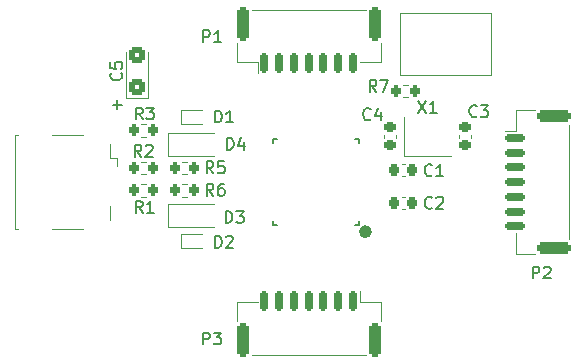
<source format=gto>
%TF.GenerationSoftware,KiCad,Pcbnew,(6.0.1-0)*%
%TF.CreationDate,2022-04-28T20:36:40+12:00*%
%TF.ProjectId,gswitch18,67737769-7463-4683-9138-2e6b69636164,1.2*%
%TF.SameCoordinates,PX487ab00PY3072580*%
%TF.FileFunction,Legend,Top*%
%TF.FilePolarity,Positive*%
%FSLAX46Y46*%
G04 Gerber Fmt 4.6, Leading zero omitted, Abs format (unit mm)*
G04 Created by KiCad (PCBNEW (6.0.1-0)) date 2022-04-28 20:36:40*
%MOMM*%
%LPD*%
G01*
G04 APERTURE LIST*
G04 Aperture macros list*
%AMRoundRect*
0 Rectangle with rounded corners*
0 $1 Rounding radius*
0 $2 $3 $4 $5 $6 $7 $8 $9 X,Y pos of 4 corners*
0 Add a 4 corners polygon primitive as box body*
4,1,4,$2,$3,$4,$5,$6,$7,$8,$9,$2,$3,0*
0 Add four circle primitives for the rounded corners*
1,1,$1+$1,$2,$3*
1,1,$1+$1,$4,$5*
1,1,$1+$1,$6,$7*
1,1,$1+$1,$8,$9*
0 Add four rect primitives between the rounded corners*
20,1,$1+$1,$2,$3,$4,$5,0*
20,1,$1+$1,$4,$5,$6,$7,0*
20,1,$1+$1,$6,$7,$8,$9,0*
20,1,$1+$1,$8,$9,$2,$3,0*%
G04 Aperture macros list end*
%ADD10C,0.200660*%
%ADD11C,0.150000*%
%ADD12C,0.120000*%
%ADD13C,0.500000*%
%ADD14RoundRect,0.250000X0.425000X-0.450000X0.425000X0.450000X-0.425000X0.450000X-0.425000X-0.450000X0*%
%ADD15R,1.600000X0.550000*%
%ADD16R,0.550000X1.600000*%
%ADD17RoundRect,0.225000X-0.225000X-0.250000X0.225000X-0.250000X0.225000X0.250000X-0.225000X0.250000X0*%
%ADD18RoundRect,0.225000X0.250000X-0.225000X0.250000X0.225000X-0.250000X0.225000X-0.250000X-0.225000X0*%
%ADD19RoundRect,0.225000X-0.250000X0.225000X-0.250000X-0.225000X0.250000X-0.225000X0.250000X0.225000X0*%
%ADD20R,0.600000X0.700000*%
%ADD21RoundRect,0.200000X0.200000X0.275000X-0.200000X0.275000X-0.200000X-0.275000X0.200000X-0.275000X0*%
%ADD22RoundRect,0.200000X-0.200000X-0.275000X0.200000X-0.275000X0.200000X0.275000X-0.200000X0.275000X0*%
%ADD23R,1.700000X1.700000*%
%ADD24O,1.700000X1.700000*%
%ADD25R,1.400000X1.200000*%
%ADD26R,0.900000X1.200000*%
%ADD27RoundRect,0.150000X0.150000X0.700000X-0.150000X0.700000X-0.150000X-0.700000X0.150000X-0.700000X0*%
%ADD28RoundRect,0.250000X0.250000X1.150000X-0.250000X1.150000X-0.250000X-1.150000X0.250000X-1.150000X0*%
%ADD29RoundRect,0.150000X-0.150000X-0.700000X0.150000X-0.700000X0.150000X0.700000X-0.150000X0.700000X0*%
%ADD30RoundRect,0.250000X-0.250000X-1.150000X0.250000X-1.150000X0.250000X1.150000X-0.250000X1.150000X0*%
%ADD31C,0.800000*%
%ADD32C,6.400000*%
%ADD33C,0.900000*%
%ADD34R,2.500000X0.500000*%
%ADD35R,2.500000X2.000000*%
%ADD36RoundRect,0.150000X-0.700000X0.150000X-0.700000X-0.150000X0.700000X-0.150000X0.700000X0.150000X0*%
%ADD37RoundRect,0.250000X-1.150000X0.250000X-1.150000X-0.250000X1.150000X-0.250000X1.150000X0.250000X0*%
G04 APERTURE END LIST*
D10*
X8418758Y-9471482D02*
X9181241Y-9471482D01*
X8800000Y-9852724D02*
X8800000Y-9090240D01*
D11*
%TO.C,C5*%
X9107142Y-6766666D02*
X9154761Y-6814285D01*
X9202380Y-6957142D01*
X9202380Y-7052380D01*
X9154761Y-7195238D01*
X9059523Y-7290476D01*
X8964285Y-7338095D01*
X8773809Y-7385714D01*
X8630952Y-7385714D01*
X8440476Y-7338095D01*
X8345238Y-7290476D01*
X8250000Y-7195238D01*
X8202380Y-7052380D01*
X8202380Y-6957142D01*
X8250000Y-6814285D01*
X8297619Y-6766666D01*
X8202380Y-5861904D02*
X8202380Y-6338095D01*
X8678571Y-6385714D01*
X8630952Y-6338095D01*
X8583333Y-6242857D01*
X8583333Y-6004761D01*
X8630952Y-5909523D01*
X8678571Y-5861904D01*
X8773809Y-5814285D01*
X9011904Y-5814285D01*
X9107142Y-5861904D01*
X9154761Y-5909523D01*
X9202380Y-6004761D01*
X9202380Y-6242857D01*
X9154761Y-6338095D01*
X9107142Y-6385714D01*
%TO.C,C2*%
X35433333Y-18157142D02*
X35385714Y-18204761D01*
X35242857Y-18252380D01*
X35147619Y-18252380D01*
X35004761Y-18204761D01*
X34909523Y-18109523D01*
X34861904Y-18014285D01*
X34814285Y-17823809D01*
X34814285Y-17680952D01*
X34861904Y-17490476D01*
X34909523Y-17395238D01*
X35004761Y-17300000D01*
X35147619Y-17252380D01*
X35242857Y-17252380D01*
X35385714Y-17300000D01*
X35433333Y-17347619D01*
X35814285Y-17347619D02*
X35861904Y-17300000D01*
X35957142Y-17252380D01*
X36195238Y-17252380D01*
X36290476Y-17300000D01*
X36338095Y-17347619D01*
X36385714Y-17442857D01*
X36385714Y-17538095D01*
X36338095Y-17680952D01*
X35766666Y-18252380D01*
X36385714Y-18252380D01*
%TO.C,C4*%
X30233333Y-10657142D02*
X30185714Y-10704761D01*
X30042857Y-10752380D01*
X29947619Y-10752380D01*
X29804761Y-10704761D01*
X29709523Y-10609523D01*
X29661904Y-10514285D01*
X29614285Y-10323809D01*
X29614285Y-10180952D01*
X29661904Y-9990476D01*
X29709523Y-9895238D01*
X29804761Y-9800000D01*
X29947619Y-9752380D01*
X30042857Y-9752380D01*
X30185714Y-9800000D01*
X30233333Y-9847619D01*
X31090476Y-10085714D02*
X31090476Y-10752380D01*
X30852380Y-9704761D02*
X30614285Y-10419047D01*
X31233333Y-10419047D01*
%TO.C,C3*%
X39233333Y-10407142D02*
X39185714Y-10454761D01*
X39042857Y-10502380D01*
X38947619Y-10502380D01*
X38804761Y-10454761D01*
X38709523Y-10359523D01*
X38661904Y-10264285D01*
X38614285Y-10073809D01*
X38614285Y-9930952D01*
X38661904Y-9740476D01*
X38709523Y-9645238D01*
X38804761Y-9550000D01*
X38947619Y-9502380D01*
X39042857Y-9502380D01*
X39185714Y-9550000D01*
X39233333Y-9597619D01*
X39566666Y-9502380D02*
X40185714Y-9502380D01*
X39852380Y-9883333D01*
X39995238Y-9883333D01*
X40090476Y-9930952D01*
X40138095Y-9978571D01*
X40185714Y-10073809D01*
X40185714Y-10311904D01*
X40138095Y-10407142D01*
X40090476Y-10454761D01*
X39995238Y-10502380D01*
X39709523Y-10502380D01*
X39614285Y-10454761D01*
X39566666Y-10407142D01*
%TO.C,D2*%
X17061904Y-21552380D02*
X17061904Y-20552380D01*
X17300000Y-20552380D01*
X17442857Y-20600000D01*
X17538095Y-20695238D01*
X17585714Y-20790476D01*
X17633333Y-20980952D01*
X17633333Y-21123809D01*
X17585714Y-21314285D01*
X17538095Y-21409523D01*
X17442857Y-21504761D01*
X17300000Y-21552380D01*
X17061904Y-21552380D01*
X18014285Y-20647619D02*
X18061904Y-20600000D01*
X18157142Y-20552380D01*
X18395238Y-20552380D01*
X18490476Y-20600000D01*
X18538095Y-20647619D01*
X18585714Y-20742857D01*
X18585714Y-20838095D01*
X18538095Y-20980952D01*
X17966666Y-21552380D01*
X18585714Y-21552380D01*
%TO.C,D1*%
X17061904Y-10952380D02*
X17061904Y-9952380D01*
X17300000Y-9952380D01*
X17442857Y-10000000D01*
X17538095Y-10095238D01*
X17585714Y-10190476D01*
X17633333Y-10380952D01*
X17633333Y-10523809D01*
X17585714Y-10714285D01*
X17538095Y-10809523D01*
X17442857Y-10904761D01*
X17300000Y-10952380D01*
X17061904Y-10952380D01*
X18585714Y-10952380D02*
X18014285Y-10952380D01*
X18300000Y-10952380D02*
X18300000Y-9952380D01*
X18204761Y-10095238D01*
X18109523Y-10190476D01*
X18014285Y-10238095D01*
%TO.C,R7*%
X30733333Y-8352380D02*
X30400000Y-7876190D01*
X30161904Y-8352380D02*
X30161904Y-7352380D01*
X30542857Y-7352380D01*
X30638095Y-7400000D01*
X30685714Y-7447619D01*
X30733333Y-7542857D01*
X30733333Y-7685714D01*
X30685714Y-7780952D01*
X30638095Y-7828571D01*
X30542857Y-7876190D01*
X30161904Y-7876190D01*
X31066666Y-7352380D02*
X31733333Y-7352380D01*
X31304761Y-8352380D01*
%TO.C,R5*%
X16933333Y-15252380D02*
X16600000Y-14776190D01*
X16361904Y-15252380D02*
X16361904Y-14252380D01*
X16742857Y-14252380D01*
X16838095Y-14300000D01*
X16885714Y-14347619D01*
X16933333Y-14442857D01*
X16933333Y-14585714D01*
X16885714Y-14680952D01*
X16838095Y-14728571D01*
X16742857Y-14776190D01*
X16361904Y-14776190D01*
X17838095Y-14252380D02*
X17361904Y-14252380D01*
X17314285Y-14728571D01*
X17361904Y-14680952D01*
X17457142Y-14633333D01*
X17695238Y-14633333D01*
X17790476Y-14680952D01*
X17838095Y-14728571D01*
X17885714Y-14823809D01*
X17885714Y-15061904D01*
X17838095Y-15157142D01*
X17790476Y-15204761D01*
X17695238Y-15252380D01*
X17457142Y-15252380D01*
X17361904Y-15204761D01*
X17314285Y-15157142D01*
%TO.C,R6*%
X16933333Y-17152380D02*
X16600000Y-16676190D01*
X16361904Y-17152380D02*
X16361904Y-16152380D01*
X16742857Y-16152380D01*
X16838095Y-16200000D01*
X16885714Y-16247619D01*
X16933333Y-16342857D01*
X16933333Y-16485714D01*
X16885714Y-16580952D01*
X16838095Y-16628571D01*
X16742857Y-16676190D01*
X16361904Y-16676190D01*
X17790476Y-16152380D02*
X17600000Y-16152380D01*
X17504761Y-16200000D01*
X17457142Y-16247619D01*
X17361904Y-16390476D01*
X17314285Y-16580952D01*
X17314285Y-16961904D01*
X17361904Y-17057142D01*
X17409523Y-17104761D01*
X17504761Y-17152380D01*
X17695238Y-17152380D01*
X17790476Y-17104761D01*
X17838095Y-17057142D01*
X17885714Y-16961904D01*
X17885714Y-16723809D01*
X17838095Y-16628571D01*
X17790476Y-16580952D01*
X17695238Y-16533333D01*
X17504761Y-16533333D01*
X17409523Y-16580952D01*
X17361904Y-16628571D01*
X17314285Y-16723809D01*
%TO.C,R3*%
X10933333Y-10702380D02*
X10600000Y-10226190D01*
X10361904Y-10702380D02*
X10361904Y-9702380D01*
X10742857Y-9702380D01*
X10838095Y-9750000D01*
X10885714Y-9797619D01*
X10933333Y-9892857D01*
X10933333Y-10035714D01*
X10885714Y-10130952D01*
X10838095Y-10178571D01*
X10742857Y-10226190D01*
X10361904Y-10226190D01*
X11266666Y-9702380D02*
X11885714Y-9702380D01*
X11552380Y-10083333D01*
X11695238Y-10083333D01*
X11790476Y-10130952D01*
X11838095Y-10178571D01*
X11885714Y-10273809D01*
X11885714Y-10511904D01*
X11838095Y-10607142D01*
X11790476Y-10654761D01*
X11695238Y-10702380D01*
X11409523Y-10702380D01*
X11314285Y-10654761D01*
X11266666Y-10607142D01*
%TO.C,R1*%
X10933333Y-18602380D02*
X10600000Y-18126190D01*
X10361904Y-18602380D02*
X10361904Y-17602380D01*
X10742857Y-17602380D01*
X10838095Y-17650000D01*
X10885714Y-17697619D01*
X10933333Y-17792857D01*
X10933333Y-17935714D01*
X10885714Y-18030952D01*
X10838095Y-18078571D01*
X10742857Y-18126190D01*
X10361904Y-18126190D01*
X11885714Y-18602380D02*
X11314285Y-18602380D01*
X11600000Y-18602380D02*
X11600000Y-17602380D01*
X11504761Y-17745238D01*
X11409523Y-17840476D01*
X11314285Y-17888095D01*
%TO.C,R2*%
X10833333Y-13852380D02*
X10500000Y-13376190D01*
X10261904Y-13852380D02*
X10261904Y-12852380D01*
X10642857Y-12852380D01*
X10738095Y-12900000D01*
X10785714Y-12947619D01*
X10833333Y-13042857D01*
X10833333Y-13185714D01*
X10785714Y-13280952D01*
X10738095Y-13328571D01*
X10642857Y-13376190D01*
X10261904Y-13376190D01*
X11214285Y-12947619D02*
X11261904Y-12900000D01*
X11357142Y-12852380D01*
X11595238Y-12852380D01*
X11690476Y-12900000D01*
X11738095Y-12947619D01*
X11785714Y-13042857D01*
X11785714Y-13138095D01*
X11738095Y-13280952D01*
X11166666Y-13852380D01*
X11785714Y-13852380D01*
%TO.C,X1*%
X34265476Y-9127380D02*
X34932142Y-10127380D01*
X34932142Y-9127380D02*
X34265476Y-10127380D01*
X35836904Y-10127380D02*
X35265476Y-10127380D01*
X35551190Y-10127380D02*
X35551190Y-9127380D01*
X35455952Y-9270238D01*
X35360714Y-9365476D01*
X35265476Y-9413095D01*
%TO.C,D4*%
X18061904Y-13252380D02*
X18061904Y-12252380D01*
X18300000Y-12252380D01*
X18442857Y-12300000D01*
X18538095Y-12395238D01*
X18585714Y-12490476D01*
X18633333Y-12680952D01*
X18633333Y-12823809D01*
X18585714Y-13014285D01*
X18538095Y-13109523D01*
X18442857Y-13204761D01*
X18300000Y-13252380D01*
X18061904Y-13252380D01*
X19490476Y-12585714D02*
X19490476Y-13252380D01*
X19252380Y-12204761D02*
X19014285Y-12919047D01*
X19633333Y-12919047D01*
%TO.C,D3*%
X17961904Y-19452380D02*
X17961904Y-18452380D01*
X18200000Y-18452380D01*
X18342857Y-18500000D01*
X18438095Y-18595238D01*
X18485714Y-18690476D01*
X18533333Y-18880952D01*
X18533333Y-19023809D01*
X18485714Y-19214285D01*
X18438095Y-19309523D01*
X18342857Y-19404761D01*
X18200000Y-19452380D01*
X17961904Y-19452380D01*
X18866666Y-18452380D02*
X19485714Y-18452380D01*
X19152380Y-18833333D01*
X19295238Y-18833333D01*
X19390476Y-18880952D01*
X19438095Y-18928571D01*
X19485714Y-19023809D01*
X19485714Y-19261904D01*
X19438095Y-19357142D01*
X19390476Y-19404761D01*
X19295238Y-19452380D01*
X19009523Y-19452380D01*
X18914285Y-19404761D01*
X18866666Y-19357142D01*
%TO.C,P3*%
X16061904Y-29752380D02*
X16061904Y-28752380D01*
X16442857Y-28752380D01*
X16538095Y-28800000D01*
X16585714Y-28847619D01*
X16633333Y-28942857D01*
X16633333Y-29085714D01*
X16585714Y-29180952D01*
X16538095Y-29228571D01*
X16442857Y-29276190D01*
X16061904Y-29276190D01*
X16966666Y-28752380D02*
X17585714Y-28752380D01*
X17252380Y-29133333D01*
X17395238Y-29133333D01*
X17490476Y-29180952D01*
X17538095Y-29228571D01*
X17585714Y-29323809D01*
X17585714Y-29561904D01*
X17538095Y-29657142D01*
X17490476Y-29704761D01*
X17395238Y-29752380D01*
X17109523Y-29752380D01*
X17014285Y-29704761D01*
X16966666Y-29657142D01*
%TO.C,P1*%
X16061904Y-4152380D02*
X16061904Y-3152380D01*
X16442857Y-3152380D01*
X16538095Y-3200000D01*
X16585714Y-3247619D01*
X16633333Y-3342857D01*
X16633333Y-3485714D01*
X16585714Y-3580952D01*
X16538095Y-3628571D01*
X16442857Y-3676190D01*
X16061904Y-3676190D01*
X17585714Y-4152380D02*
X17014285Y-4152380D01*
X17300000Y-4152380D02*
X17300000Y-3152380D01*
X17204761Y-3295238D01*
X17109523Y-3390476D01*
X17014285Y-3438095D01*
%TO.C,P2*%
X43961904Y-24152380D02*
X43961904Y-23152380D01*
X44342857Y-23152380D01*
X44438095Y-23200000D01*
X44485714Y-23247619D01*
X44533333Y-23342857D01*
X44533333Y-23485714D01*
X44485714Y-23580952D01*
X44438095Y-23628571D01*
X44342857Y-23676190D01*
X43961904Y-23676190D01*
X44914285Y-23247619D02*
X44961904Y-23200000D01*
X45057142Y-23152380D01*
X45295238Y-23152380D01*
X45390476Y-23200000D01*
X45438095Y-23247619D01*
X45485714Y-23342857D01*
X45485714Y-23438095D01*
X45438095Y-23580952D01*
X44866666Y-24152380D01*
X45485714Y-24152380D01*
%TO.C,C1*%
X35433333Y-15407142D02*
X35385714Y-15454761D01*
X35242857Y-15502380D01*
X35147619Y-15502380D01*
X35004761Y-15454761D01*
X34909523Y-15359523D01*
X34861904Y-15264285D01*
X34814285Y-15073809D01*
X34814285Y-14930952D01*
X34861904Y-14740476D01*
X34909523Y-14645238D01*
X35004761Y-14550000D01*
X35147619Y-14502380D01*
X35242857Y-14502380D01*
X35385714Y-14550000D01*
X35433333Y-14597619D01*
X36385714Y-15502380D02*
X35814285Y-15502380D01*
X36100000Y-15502380D02*
X36100000Y-14502380D01*
X36004761Y-14645238D01*
X35909523Y-14740476D01*
X35814285Y-14788095D01*
D12*
%TO.C,C5*%
X9565000Y-8910000D02*
X11435000Y-8910000D01*
X11435000Y-8910000D02*
X11435000Y-5000000D01*
X9565000Y-5000000D02*
X9565000Y-8910000D01*
D11*
%TO.C,U1*%
X29225000Y-19625000D02*
X29225000Y-19300000D01*
X21975000Y-12375000D02*
X21975000Y-12700000D01*
X29225000Y-12375000D02*
X28900000Y-12375000D01*
X21975000Y-19625000D02*
X22300000Y-19625000D01*
X29225000Y-19625000D02*
X28900000Y-19625000D01*
X21975000Y-12375000D02*
X22300000Y-12375000D01*
X21975000Y-19625000D02*
X21975000Y-19300000D01*
X29225000Y-12375000D02*
X29225000Y-12700000D01*
D13*
X30100000Y-20200000D02*
G75*
G03*
X30100000Y-20200000I-300000J0D01*
G01*
D12*
%TO.C,C2*%
X32859420Y-17290000D02*
X33140580Y-17290000D01*
X32859420Y-18310000D02*
X33140580Y-18310000D01*
%TO.C,C4*%
X32410000Y-12265580D02*
X32410000Y-11984420D01*
X31390000Y-12265580D02*
X31390000Y-11984420D01*
%TO.C,C3*%
X37690000Y-11984420D02*
X37690000Y-12265580D01*
X38710000Y-11984420D02*
X38710000Y-12265580D01*
%TO.C,D2*%
X16000000Y-21625000D02*
X14150000Y-21625000D01*
X14150000Y-20425000D02*
X14150000Y-21625000D01*
X16000000Y-20425000D02*
X14150000Y-20425000D01*
%TO.C,D1*%
X16000000Y-11125000D02*
X14150000Y-11125000D01*
X14150000Y-9925000D02*
X14150000Y-11125000D01*
X16000000Y-9925000D02*
X14150000Y-9925000D01*
%TO.C,R7*%
X33437258Y-8822500D02*
X32962742Y-8822500D01*
X33437258Y-7777500D02*
X32962742Y-7777500D01*
%TO.C,R5*%
X14737258Y-15322500D02*
X14262742Y-15322500D01*
X14737258Y-14277500D02*
X14262742Y-14277500D01*
%TO.C,R6*%
X14737258Y-16177500D02*
X14262742Y-16177500D01*
X14737258Y-17222500D02*
X14262742Y-17222500D01*
%TO.C,R3*%
X10762742Y-12147500D02*
X11237258Y-12147500D01*
X10762742Y-11102500D02*
X11237258Y-11102500D01*
%TO.C,R1*%
X11237258Y-17222500D02*
X10762742Y-17222500D01*
X11237258Y-16177500D02*
X10762742Y-16177500D01*
%TO.C,R2*%
X11237258Y-15322500D02*
X10762742Y-15322500D01*
X11237258Y-14277500D02*
X10762742Y-14277500D01*
%TO.C,P5*%
X40455000Y-6895000D02*
X32715000Y-6895000D01*
X40455000Y-1695000D02*
X32715000Y-1695000D01*
X40455000Y-1695000D02*
X40455000Y-6895000D01*
X32715000Y-1695000D02*
X32715000Y-6895000D01*
%TO.C,X1*%
X33075000Y-10475000D02*
X33075000Y-13775000D01*
X33075000Y-13775000D02*
X37075000Y-13775000D01*
%TO.C,D4*%
X13050000Y-13825000D02*
X16950000Y-13825000D01*
X13050000Y-11825000D02*
X16950000Y-11825000D01*
X13050000Y-11825000D02*
X13050000Y-13825000D01*
%TO.C,D3*%
X13050000Y-17825000D02*
X16950000Y-17825000D01*
X13050000Y-17825000D02*
X13050000Y-19825000D01*
X13050000Y-19825000D02*
X16950000Y-19825000D01*
%TO.C,P3*%
X18890000Y-27740000D02*
X18890000Y-26140000D01*
X29310000Y-26140000D02*
X29310000Y-25200000D01*
X31110000Y-27740000D02*
X31110000Y-26140000D01*
X29840000Y-30610000D02*
X20160000Y-30610000D01*
X31110000Y-26140000D02*
X29310000Y-26140000D01*
X18890000Y-26140000D02*
X20690000Y-26140000D01*
%TO.C,P1*%
X31110000Y-5860000D02*
X29310000Y-5860000D01*
X18890000Y-5860000D02*
X20690000Y-5860000D01*
X20690000Y-5860000D02*
X20690000Y-6800000D01*
X31110000Y-4260000D02*
X31110000Y-5860000D01*
X20160000Y-1390000D02*
X29840000Y-1390000D01*
X18890000Y-4260000D02*
X18890000Y-5860000D01*
%TO.C,P4*%
X350000Y-12040000D02*
X100000Y-12040000D01*
X100000Y-12040000D02*
X100000Y-19960000D01*
X3250000Y-12040000D02*
X5850000Y-12040000D01*
X8160000Y-13950000D02*
X8750000Y-13950000D01*
X5850000Y-19960000D02*
X3250000Y-19960000D01*
X8750000Y-13950000D02*
X8750000Y-14650000D01*
X8160000Y-12800000D02*
X8160000Y-13950000D01*
X8160000Y-18050000D02*
X8160000Y-19200000D01*
X100000Y-19960000D02*
X350000Y-19960000D01*
%TO.C,P2*%
X42540000Y-9890000D02*
X42540000Y-11690000D01*
X44140000Y-9890000D02*
X42540000Y-9890000D01*
X42540000Y-11690000D02*
X41600000Y-11690000D01*
X42540000Y-22110000D02*
X42540000Y-20310000D01*
X44140000Y-22110000D02*
X42540000Y-22110000D01*
X47010000Y-11160000D02*
X47010000Y-20840000D01*
%TO.C,C1*%
X32859420Y-14490000D02*
X33140580Y-14490000D01*
X32859420Y-15510000D02*
X33140580Y-15510000D01*
%TD*%
%LPC*%
D14*
%TO.C,C5*%
X10500000Y-7950000D03*
X10500000Y-5250000D03*
%TD*%
D15*
%TO.C,U1*%
X29850000Y-18800000D03*
X29850000Y-18000000D03*
X29850000Y-17200000D03*
X29850000Y-16400000D03*
X29850000Y-15600000D03*
X29850000Y-14800000D03*
X29850000Y-14000000D03*
X29850000Y-13200000D03*
D16*
X28400000Y-11750000D03*
X27600000Y-11750000D03*
X26800000Y-11750000D03*
X26000000Y-11750000D03*
X25200000Y-11750000D03*
X24400000Y-11750000D03*
X23600000Y-11750000D03*
X22800000Y-11750000D03*
D15*
X21350000Y-13200000D03*
X21350000Y-14000000D03*
X21350000Y-14800000D03*
X21350000Y-15600000D03*
X21350000Y-16400000D03*
X21350000Y-17200000D03*
X21350000Y-18000000D03*
X21350000Y-18800000D03*
D16*
X22800000Y-20250000D03*
X23600000Y-20250000D03*
X24400000Y-20250000D03*
X25200000Y-20250000D03*
X26000000Y-20250000D03*
X26800000Y-20250000D03*
X27600000Y-20250000D03*
X28400000Y-20250000D03*
%TD*%
D17*
%TO.C,C2*%
X32225000Y-17800000D03*
X33775000Y-17800000D03*
%TD*%
D18*
%TO.C,C4*%
X31900000Y-12900000D03*
X31900000Y-11350000D03*
%TD*%
D19*
%TO.C,C3*%
X38200000Y-11350000D03*
X38200000Y-12900000D03*
%TD*%
D20*
%TO.C,D2*%
X14600000Y-21025000D03*
X16000000Y-21025000D03*
%TD*%
%TO.C,D1*%
X14600000Y-10525000D03*
X16000000Y-10525000D03*
%TD*%
D21*
%TO.C,R7*%
X34025000Y-8300000D03*
X32375000Y-8300000D03*
%TD*%
%TO.C,R5*%
X15325000Y-14800000D03*
X13675000Y-14800000D03*
%TD*%
%TO.C,R6*%
X15325000Y-16700000D03*
X13675000Y-16700000D03*
%TD*%
D22*
%TO.C,R3*%
X10175000Y-11625000D03*
X11825000Y-11625000D03*
%TD*%
D21*
%TO.C,R1*%
X11825000Y-16700000D03*
X10175000Y-16700000D03*
%TD*%
%TO.C,R2*%
X11825000Y-14800000D03*
X10175000Y-14800000D03*
%TD*%
D23*
%TO.C,P5*%
X39125000Y-3025000D03*
D24*
X39125000Y-5565000D03*
X36585000Y-3025000D03*
X36585000Y-5565000D03*
X34045000Y-3025000D03*
X34045000Y-5565000D03*
%TD*%
D25*
%TO.C,X1*%
X33975000Y-12975000D03*
X36175000Y-12975000D03*
X36175000Y-11275000D03*
X33975000Y-11275000D03*
%TD*%
D26*
%TO.C,D4*%
X13650000Y-12825000D03*
X16950000Y-12825000D03*
%TD*%
%TO.C,D3*%
X13650000Y-18825000D03*
X16950000Y-18825000D03*
%TD*%
D27*
%TO.C,P3*%
X28750000Y-26050000D03*
X27500000Y-26050000D03*
X26250000Y-26050000D03*
X25000000Y-26050000D03*
X23750000Y-26050000D03*
X22500000Y-26050000D03*
X21250000Y-26050000D03*
D28*
X30600000Y-29400000D03*
X19400000Y-29400000D03*
%TD*%
D29*
%TO.C,P1*%
X21250000Y-5950000D03*
X22500000Y-5950000D03*
X23750000Y-5950000D03*
X25000000Y-5950000D03*
X26250000Y-5950000D03*
X27500000Y-5950000D03*
X28750000Y-5950000D03*
D30*
X19400000Y-2600000D03*
X30600000Y-2600000D03*
%TD*%
D31*
%TO.C,MH1*%
X3500000Y-1100000D03*
X5197056Y-5197056D03*
X1802944Y-5197056D03*
X1100000Y-3500000D03*
X5197056Y-1802944D03*
X3500000Y-5900000D03*
X1802944Y-1802944D03*
X5900000Y-3500000D03*
D32*
X3500000Y-3500000D03*
%TD*%
D31*
%TO.C,MH2*%
X46197056Y-5197056D03*
X46900000Y-3500000D03*
X42802944Y-1802944D03*
X42802944Y-5197056D03*
X44500000Y-5900000D03*
D32*
X44500000Y-3500000D03*
D31*
X42100000Y-3500000D03*
X46197056Y-1802944D03*
X44500000Y-1100000D03*
%TD*%
%TO.C,MH3*%
X1802944Y-30197056D03*
X5197056Y-30197056D03*
X1802944Y-26802944D03*
X1100000Y-28500000D03*
D32*
X3500000Y-28500000D03*
D31*
X3500000Y-26100000D03*
X3500000Y-30900000D03*
X5900000Y-28500000D03*
X5197056Y-26802944D03*
%TD*%
%TO.C,MH4*%
X46197056Y-26802944D03*
X46197056Y-30197056D03*
X44500000Y-30900000D03*
X42802944Y-26802944D03*
X42802944Y-30197056D03*
D32*
X44500000Y-28500000D03*
D31*
X46900000Y-28500000D03*
X42100000Y-28500000D03*
X44500000Y-26100000D03*
%TD*%
D33*
%TO.C,P4*%
X4700000Y-13800000D03*
X4700000Y-18200000D03*
D34*
X7300000Y-14400000D03*
X7300000Y-15200000D03*
X7300000Y-16000000D03*
X7300000Y-16800000D03*
X7300000Y-17600000D03*
D35*
X7300000Y-20400000D03*
X1800000Y-20400000D03*
X1800000Y-11600000D03*
X7300000Y-11600000D03*
%TD*%
D36*
%TO.C,P2*%
X42450000Y-12250000D03*
X42450000Y-13500000D03*
X42450000Y-14750000D03*
X42450000Y-16000000D03*
X42450000Y-17250000D03*
X42450000Y-18500000D03*
X42450000Y-19750000D03*
D37*
X45800000Y-10400000D03*
X45800000Y-21600000D03*
%TD*%
D17*
%TO.C,C1*%
X32225000Y-15000000D03*
X33775000Y-15000000D03*
%TD*%
M02*

</source>
